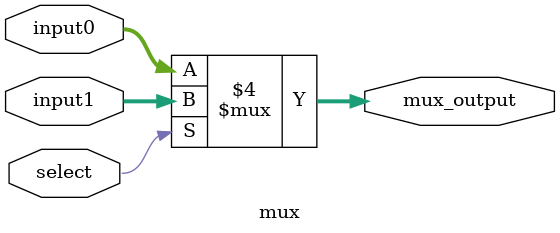
<source format=v>
module mux(input0, input1, select, mux_output);

input [4:0] input0, input1;
input select;
output [4:0] mux_output;
reg [4:0] mux_output;

always @(input0 or input1 or select)
	if(select == 5'b0)
		mux_output = input0;
	else
		mux_output = input1;

endmodule
</source>
